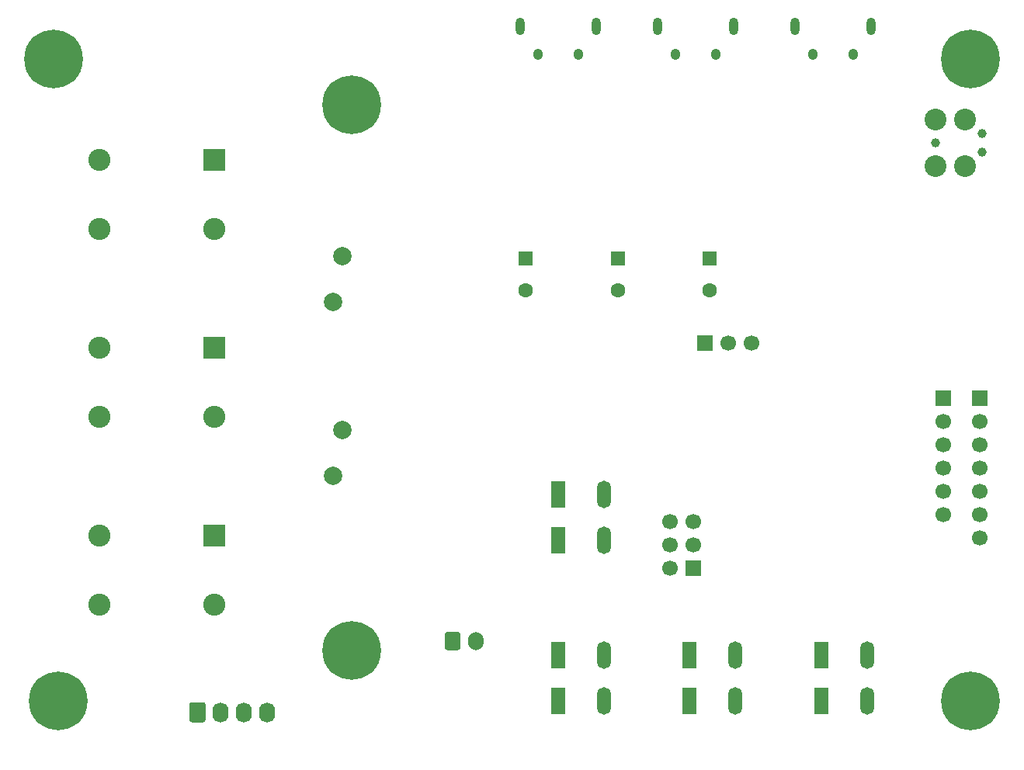
<source format=gbs>
G04 #@! TF.GenerationSoftware,KiCad,Pcbnew,9.0.1+1*
G04 #@! TF.CreationDate,2025-05-28T09:17:19+00:00*
G04 #@! TF.ProjectId,akkupack-ng,616b6b75-7061-4636-9b2d-6e672e6b6963,rev?*
G04 #@! TF.SameCoordinates,Original*
G04 #@! TF.FileFunction,Soldermask,Bot*
G04 #@! TF.FilePolarity,Negative*
%FSLAX46Y46*%
G04 Gerber Fmt 4.6, Leading zero omitted, Abs format (unit mm)*
G04 Created by KiCad (PCBNEW 9.0.1+1) date 2025-05-28 09:17:19*
%MOMM*%
%LPD*%
G01*
G04 APERTURE LIST*
%ADD10C,2.374900*%
%ADD11C,0.990600*%
%ADD12R,2.413000X2.413000*%
%ADD13C,2.413000*%
%ADD14R,1.700000X1.700000*%
%ADD15C,1.700000*%
%ADD16C,6.400000*%
%ADD17R,1.500000X3.000000*%
%ADD18O,1.500000X3.000000*%
%ADD19O,1.000000X1.900000*%
%ADD20O,1.050000X1.250000*%
%ADD21C,2.000000*%
%ADD22O,1.740000X2.190000*%
%ADD23R,1.600000X1.600000*%
%ADD24C,1.600000*%
%ADD25O,1.700000X2.000000*%
G04 APERTURE END LIST*
D10*
X151170000Y-56600000D03*
D11*
X151170000Y-59140000D03*
D10*
X151170000Y-61680000D03*
X154345000Y-56600000D03*
X154345000Y-61680000D03*
D11*
X156250000Y-58124000D03*
X156250000Y-60156000D03*
D12*
X72500000Y-61000000D03*
D13*
X60000000Y-61000000D03*
X72500000Y-68500000D03*
X60000000Y-68500000D03*
D14*
X152000000Y-87000000D03*
D15*
X152000000Y-89540000D03*
X152000000Y-92080000D03*
X152000000Y-94620000D03*
X152000000Y-97160000D03*
X152000000Y-99700000D03*
D14*
X156000000Y-87000000D03*
D15*
X156000000Y-89540000D03*
X156000000Y-92080000D03*
X156000000Y-94620000D03*
X156000000Y-97160000D03*
X156000000Y-99700000D03*
X156000000Y-102240000D03*
D16*
X155000000Y-120000000D03*
D17*
X110000000Y-115000000D03*
X110000000Y-120000000D03*
D18*
X115000000Y-115000000D03*
X115000000Y-120000000D03*
D19*
X114175000Y-46460000D03*
D20*
X112225000Y-49460000D03*
X107775000Y-49460000D03*
D19*
X105825000Y-46460000D03*
D17*
X138700000Y-115000000D03*
X138700000Y-120000000D03*
D18*
X143700000Y-115000000D03*
X143700000Y-120000000D03*
D21*
X85500000Y-76500000D03*
X86500000Y-71500000D03*
D16*
X87500000Y-55000000D03*
G36*
G01*
X69800000Y-122095000D02*
X69800000Y-120405000D01*
G75*
G02*
X70050000Y-120155000I250000J0D01*
G01*
X71290000Y-120155000D01*
G75*
G02*
X71540000Y-120405000I0J-250000D01*
G01*
X71540000Y-122095000D01*
G75*
G02*
X71290000Y-122345000I-250000J0D01*
G01*
X70050000Y-122345000D01*
G75*
G02*
X69800000Y-122095000I0J250000D01*
G01*
G37*
D22*
X73210000Y-121250000D03*
X75750000Y-121250000D03*
X78290000Y-121250000D03*
D23*
X106500000Y-71750000D03*
D24*
X106500000Y-75250000D03*
D12*
X72500000Y-81500000D03*
D13*
X60000000Y-81500000D03*
X72500000Y-89000000D03*
X60000000Y-89000000D03*
D12*
X72500000Y-102000000D03*
D13*
X60000000Y-102000000D03*
X72500000Y-109500000D03*
X60000000Y-109500000D03*
D16*
X55500000Y-120000000D03*
X87500000Y-114500000D03*
D21*
X85500000Y-95500000D03*
X86500000Y-90500000D03*
D17*
X124350000Y-115000000D03*
X124350000Y-120000000D03*
D18*
X129350000Y-115000000D03*
X129350000Y-120000000D03*
D16*
X155000000Y-50000000D03*
G36*
G01*
X97650000Y-114225000D02*
X97650000Y-112725000D01*
G75*
G02*
X97900000Y-112475000I250000J0D01*
G01*
X99100000Y-112475000D01*
G75*
G02*
X99350000Y-112725000I0J-250000D01*
G01*
X99350000Y-114225000D01*
G75*
G02*
X99100000Y-114475000I-250000J0D01*
G01*
X97900000Y-114475000D01*
G75*
G02*
X97650000Y-114225000I0J250000D01*
G01*
G37*
D25*
X101000000Y-113475000D03*
D23*
X116500000Y-71750000D03*
D24*
X116500000Y-75250000D03*
D17*
X110000500Y-97500000D03*
X110000500Y-102500000D03*
D18*
X115000500Y-97500000D03*
X115000500Y-102500000D03*
D19*
X144175000Y-46460000D03*
D20*
X142225000Y-49460000D03*
X137775000Y-49460000D03*
D19*
X135825000Y-46460000D03*
D23*
X126500000Y-71750000D03*
D24*
X126500000Y-75250000D03*
D16*
X55000000Y-50000000D03*
D14*
X126000000Y-81000000D03*
D15*
X128540000Y-81000000D03*
X131080000Y-81000000D03*
D19*
X129175000Y-46460000D03*
D20*
X127225000Y-49460000D03*
X122775000Y-49460000D03*
D19*
X120825000Y-46460000D03*
D14*
X124775000Y-105540000D03*
D15*
X122235000Y-105540000D03*
X124775000Y-103000000D03*
X122235000Y-103000000D03*
X124775000Y-100460000D03*
X122235000Y-100460000D03*
M02*

</source>
